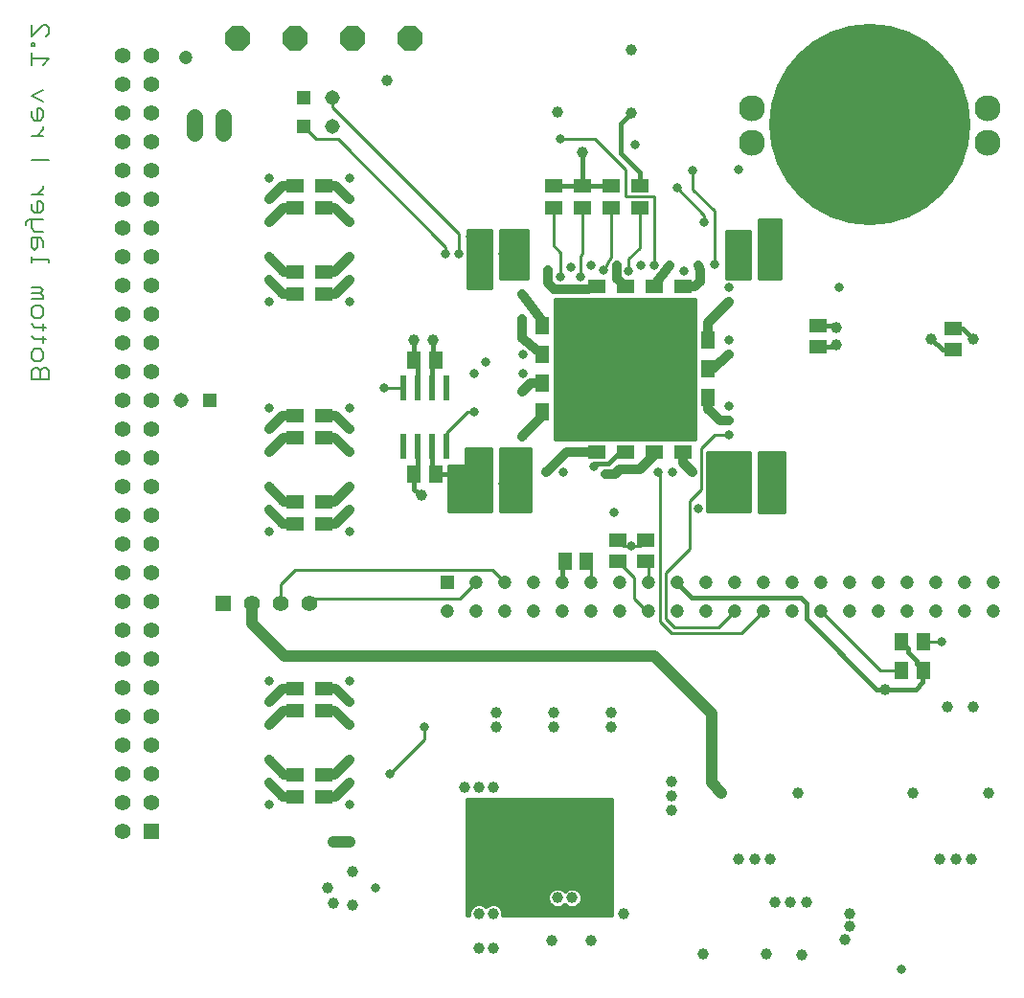
<source format=gbl>
G75*
%MOIN*%
%OFA0B0*%
%FSLAX25Y25*%
%IPPOS*%
%LPD*%
%AMOC8*
5,1,8,0,0,1.08239X$1,22.5*
%
%ADD10C,0.00800*%
%ADD11C,0.09055*%
%ADD12R,0.39370X0.39370*%
%ADD13C,0.70079*%
%ADD14R,0.05906X0.05118*%
%ADD15R,0.05118X0.05906*%
%ADD16R,0.05537X0.05537*%
%ADD17C,0.05537*%
%ADD18C,0.03175*%
%ADD19C,0.16598*%
%ADD20R,0.02362X0.08661*%
%ADD21R,0.04750X0.04750*%
%ADD22C,0.04750*%
%ADD23OC8,0.08500*%
%ADD24R,0.05143X0.05143*%
%ADD25C,0.05143*%
%ADD26C,0.05537*%
%ADD27C,0.03962*%
%ADD28C,0.03200*%
%ADD29C,0.01000*%
%ADD30C,0.01600*%
%ADD31C,0.04000*%
D10*
X0013400Y0226400D02*
X0013400Y0229503D01*
X0014434Y0230537D01*
X0015468Y0230537D01*
X0016503Y0229503D01*
X0016503Y0226400D01*
X0019605Y0226400D02*
X0019605Y0229503D01*
X0018571Y0230537D01*
X0017537Y0230537D01*
X0016503Y0229503D01*
X0016503Y0232845D02*
X0014434Y0232845D01*
X0013400Y0233880D01*
X0013400Y0235948D01*
X0014434Y0236982D01*
X0016503Y0236982D01*
X0017537Y0235948D01*
X0017537Y0233880D01*
X0016503Y0232845D01*
X0017537Y0239291D02*
X0017537Y0241359D01*
X0018571Y0240325D02*
X0014434Y0240325D01*
X0013400Y0241359D01*
X0014434Y0244622D02*
X0013400Y0245656D01*
X0014434Y0244622D02*
X0018571Y0244622D01*
X0017537Y0243588D02*
X0017537Y0245656D01*
X0016503Y0247885D02*
X0014434Y0247885D01*
X0013400Y0248919D01*
X0013400Y0250988D01*
X0014434Y0252022D01*
X0016503Y0252022D01*
X0017537Y0250988D01*
X0017537Y0248919D01*
X0016503Y0247885D01*
X0017537Y0254330D02*
X0013400Y0254330D01*
X0013400Y0256399D02*
X0016503Y0256399D01*
X0017537Y0257433D01*
X0016503Y0258467D01*
X0013400Y0258467D01*
X0016503Y0256399D02*
X0017537Y0255365D01*
X0017537Y0254330D01*
X0019605Y0267221D02*
X0019605Y0268256D01*
X0013400Y0268256D01*
X0013400Y0269290D02*
X0013400Y0267221D01*
X0014434Y0271518D02*
X0013400Y0272553D01*
X0013400Y0275655D01*
X0016503Y0275655D01*
X0017537Y0274621D01*
X0017537Y0272553D01*
X0015468Y0272553D02*
X0015468Y0275655D01*
X0014434Y0277964D02*
X0013400Y0278998D01*
X0013400Y0282101D01*
X0012366Y0282101D02*
X0011332Y0281067D01*
X0011332Y0280032D01*
X0012366Y0282101D02*
X0017537Y0282101D01*
X0016503Y0284409D02*
X0017537Y0285444D01*
X0017537Y0287512D01*
X0016503Y0288546D01*
X0015468Y0288546D01*
X0015468Y0284409D01*
X0014434Y0284409D02*
X0016503Y0284409D01*
X0014434Y0284409D02*
X0013400Y0285444D01*
X0013400Y0287512D01*
X0013400Y0290855D02*
X0017537Y0290855D01*
X0017537Y0292923D02*
X0017537Y0293958D01*
X0017537Y0292923D02*
X0015468Y0290855D01*
X0013400Y0302672D02*
X0019605Y0302672D01*
X0017537Y0311266D02*
X0013400Y0311266D01*
X0015468Y0311266D02*
X0017537Y0313334D01*
X0017537Y0314368D01*
X0016503Y0316637D02*
X0017537Y0317671D01*
X0017537Y0319740D01*
X0016503Y0320774D01*
X0015468Y0320774D01*
X0015468Y0316637D01*
X0014434Y0316637D02*
X0016503Y0316637D01*
X0014434Y0316637D02*
X0013400Y0317671D01*
X0013400Y0319740D01*
X0017537Y0323082D02*
X0013400Y0325151D01*
X0017537Y0327219D01*
X0017537Y0335973D02*
X0019605Y0338042D01*
X0013400Y0338042D01*
X0013400Y0340110D02*
X0013400Y0335973D01*
X0013400Y0342419D02*
X0013400Y0343453D01*
X0014434Y0343453D01*
X0014434Y0342419D01*
X0013400Y0342419D01*
X0013400Y0345642D02*
X0017537Y0349779D01*
X0018571Y0349779D01*
X0019605Y0348744D01*
X0019605Y0346676D01*
X0018571Y0345642D01*
X0013400Y0345642D02*
X0013400Y0349779D01*
X0014434Y0277964D02*
X0017537Y0277964D01*
X0015468Y0272553D02*
X0014434Y0271518D01*
X0013400Y0226400D02*
X0019605Y0226400D01*
D11*
X0264055Y0308701D03*
X0264055Y0320906D03*
X0345945Y0320906D03*
X0345945Y0308701D03*
D12*
X0305000Y0315000D03*
D13*
X0305000Y0315000D03*
D14*
X0225000Y0293740D03*
X0225000Y0286260D03*
X0215000Y0286260D03*
X0205000Y0286260D03*
X0205000Y0293740D03*
X0215000Y0293740D03*
X0195000Y0293740D03*
X0195000Y0286260D03*
X0210000Y0258740D03*
X0220000Y0258740D03*
X0230000Y0258740D03*
X0230000Y0251260D03*
X0220000Y0251260D03*
X0210000Y0251260D03*
X0240000Y0251260D03*
X0240000Y0258740D03*
X0287044Y0245154D03*
X0287044Y0237674D03*
X0334127Y0236674D03*
X0334127Y0244154D03*
X0240000Y0208740D03*
X0240000Y0201260D03*
X0230000Y0201260D03*
X0220000Y0201260D03*
X0210000Y0201260D03*
X0210000Y0208740D03*
X0220000Y0208740D03*
X0230000Y0208740D03*
X0227000Y0170490D03*
X0217500Y0170490D03*
X0217500Y0163010D03*
X0227000Y0163010D03*
X0115000Y0176260D03*
X0105000Y0176260D03*
X0105000Y0183740D03*
X0115000Y0183740D03*
X0115000Y0206260D03*
X0105000Y0206260D03*
X0105000Y0213740D03*
X0115000Y0213740D03*
X0115000Y0256260D03*
X0105000Y0256260D03*
X0105000Y0263740D03*
X0115000Y0263740D03*
X0115000Y0286260D03*
X0105000Y0286260D03*
X0105000Y0293740D03*
X0115000Y0293740D03*
X0115000Y0118740D03*
X0105000Y0118740D03*
X0105000Y0111260D03*
X0115000Y0111260D03*
X0115000Y0088740D03*
X0105000Y0088740D03*
X0105000Y0081260D03*
X0115000Y0081260D03*
D15*
X0199010Y0163189D03*
X0206490Y0163189D03*
X0178740Y0185000D03*
X0171260Y0185000D03*
X0171260Y0195000D03*
X0178740Y0195000D03*
X0153990Y0193500D03*
X0146510Y0193500D03*
X0191260Y0215000D03*
X0198740Y0215000D03*
X0198740Y0225000D03*
X0191260Y0225000D03*
X0191260Y0235000D03*
X0198740Y0235000D03*
X0198740Y0245000D03*
X0191260Y0245000D03*
X0178740Y0265000D03*
X0171260Y0265000D03*
X0171260Y0275000D03*
X0178740Y0275000D03*
X0241260Y0240000D03*
X0248740Y0240000D03*
X0248740Y0230000D03*
X0241260Y0230000D03*
X0241260Y0220000D03*
X0248740Y0220000D03*
X0261260Y0195000D03*
X0268740Y0195000D03*
X0268740Y0185000D03*
X0261260Y0185000D03*
X0316260Y0135000D03*
X0323740Y0135000D03*
X0323740Y0125000D03*
X0316260Y0125000D03*
X0153990Y0233000D03*
X0146510Y0233000D03*
X0261260Y0265000D03*
X0268740Y0265000D03*
X0268740Y0275000D03*
X0261260Y0275000D03*
D16*
X0080000Y0148500D03*
X0055000Y0069173D03*
D17*
X0045000Y0069173D03*
X0045000Y0079173D03*
X0055000Y0079173D03*
X0055000Y0089173D03*
X0045000Y0089173D03*
X0045000Y0099173D03*
X0055000Y0099173D03*
X0055000Y0109173D03*
X0045000Y0109173D03*
X0045000Y0119173D03*
X0055000Y0119173D03*
X0055000Y0129173D03*
X0045000Y0129173D03*
X0045000Y0139173D03*
X0055000Y0139173D03*
X0055000Y0149173D03*
X0045000Y0149173D03*
X0045000Y0159173D03*
X0055000Y0159173D03*
X0055000Y0169173D03*
X0045000Y0169173D03*
X0045000Y0179173D03*
X0055000Y0179173D03*
X0055000Y0189173D03*
X0045000Y0189173D03*
X0045000Y0199173D03*
X0055000Y0199173D03*
X0055000Y0209173D03*
X0045000Y0209173D03*
X0045000Y0219173D03*
X0055000Y0219173D03*
X0055000Y0229173D03*
X0045000Y0229173D03*
X0045000Y0239173D03*
X0055000Y0239173D03*
X0055000Y0249173D03*
X0045000Y0249173D03*
X0045000Y0259173D03*
X0055000Y0259173D03*
X0055000Y0269173D03*
X0045000Y0269173D03*
X0045000Y0279173D03*
X0055000Y0279173D03*
X0055000Y0289173D03*
X0045000Y0289173D03*
X0045000Y0299173D03*
X0055000Y0299173D03*
X0055000Y0309173D03*
X0045000Y0309173D03*
X0045000Y0319173D03*
X0055000Y0319173D03*
X0055000Y0329173D03*
X0045000Y0329173D03*
X0045000Y0339173D03*
X0055000Y0339173D03*
X0090000Y0148500D03*
X0100000Y0148500D03*
X0110000Y0148500D03*
D18*
X0096000Y0173500D03*
X0096000Y0181000D03*
X0096000Y0189000D03*
X0096000Y0201000D03*
X0096000Y0209000D03*
X0096000Y0216500D03*
X0124000Y0216500D03*
X0124000Y0209000D03*
X0124000Y0201000D03*
X0124000Y0189000D03*
X0124000Y0181000D03*
X0124000Y0173500D03*
X0160000Y0190000D03*
X0165500Y0185000D03*
X0177500Y0190000D03*
X0185000Y0196500D03*
X0184500Y0201000D03*
X0184000Y0206500D03*
X0167500Y0215000D03*
X0184000Y0222000D03*
X0184500Y0228500D03*
X0184500Y0235000D03*
X0171500Y0232500D03*
X0167500Y0228500D03*
X0136000Y0223500D03*
X0165500Y0195000D03*
X0185500Y0182000D03*
X0192500Y0194000D03*
X0198500Y0194000D03*
X0209000Y0196000D03*
X0213000Y0193500D03*
X0216000Y0180000D03*
X0231500Y0194000D03*
X0236500Y0194000D03*
X0243500Y0194000D03*
X0250000Y0194000D03*
X0256000Y0199500D03*
X0256000Y0207000D03*
X0256000Y0212000D03*
X0256000Y0217291D03*
X0230000Y0220000D03*
X0210000Y0220000D03*
X0210000Y0240000D03*
X0230000Y0240000D03*
X0256000Y0240000D03*
X0256000Y0235000D03*
X0256000Y0253500D03*
X0256000Y0258500D03*
X0256500Y0263500D03*
X0251000Y0266500D03*
X0245500Y0266000D03*
X0240500Y0264000D03*
X0235500Y0266000D03*
X0230000Y0266000D03*
X0225500Y0266000D03*
X0221000Y0264000D03*
X0217000Y0266000D03*
X0212500Y0264500D03*
X0208000Y0266000D03*
X0204500Y0262000D03*
X0201000Y0265500D03*
X0197500Y0262000D03*
X0193000Y0264500D03*
X0184500Y0267000D03*
X0184000Y0263000D03*
X0184000Y0256000D03*
X0184000Y0247500D03*
X0170000Y0259500D03*
X0172000Y0270000D03*
X0166500Y0270000D03*
X0162000Y0270000D03*
X0157500Y0270000D03*
X0166000Y0276000D03*
X0177500Y0270000D03*
X0181500Y0270000D03*
X0124000Y0269000D03*
X0124000Y0261000D03*
X0124000Y0253500D03*
X0096000Y0253500D03*
X0096000Y0261000D03*
X0096000Y0269000D03*
X0096000Y0281000D03*
X0096000Y0289000D03*
X0096000Y0296500D03*
X0124000Y0296500D03*
X0124000Y0289000D03*
X0124000Y0281000D03*
X0197500Y0310000D03*
X0223500Y0308000D03*
X0243500Y0299000D03*
X0238000Y0293000D03*
X0247500Y0281000D03*
X0257500Y0270000D03*
X0262500Y0270000D03*
X0268000Y0270000D03*
X0272500Y0270000D03*
X0272500Y0280500D03*
X0259500Y0299500D03*
X0282500Y0301000D03*
X0328000Y0300500D03*
X0324500Y0333000D03*
X0285500Y0333000D03*
X0294500Y0258500D03*
X0269500Y0190000D03*
X0274000Y0182500D03*
X0253500Y0181500D03*
X0245500Y0181500D03*
X0222244Y0168500D03*
X0124000Y0121500D03*
X0124000Y0114000D03*
X0124000Y0106000D03*
X0124000Y0094000D03*
X0124000Y0086000D03*
X0124000Y0078500D03*
X0138000Y0089000D03*
X0150000Y0105500D03*
X0096000Y0106000D03*
X0096000Y0114000D03*
X0096000Y0121500D03*
X0096000Y0094000D03*
X0096000Y0086000D03*
X0096000Y0078500D03*
X0133000Y0049500D03*
X0183000Y0060000D03*
X0186500Y0060000D03*
X0190000Y0060000D03*
X0193500Y0060000D03*
X0197000Y0060000D03*
X0316000Y0021000D03*
X0330000Y0135000D03*
D19*
X0220000Y0230000D03*
D20*
X0157750Y0223486D03*
X0152750Y0223486D03*
X0147750Y0223486D03*
X0142750Y0223486D03*
X0142750Y0203014D03*
X0147750Y0203014D03*
X0152750Y0203014D03*
X0157750Y0203014D03*
D21*
X0157953Y0155669D03*
D22*
X0167953Y0155669D03*
X0177953Y0155669D03*
X0187953Y0155669D03*
X0197953Y0155669D03*
X0207953Y0155669D03*
X0217953Y0155669D03*
X0227953Y0155669D03*
X0237953Y0155669D03*
X0247953Y0155669D03*
X0257953Y0155669D03*
X0267953Y0155669D03*
X0277953Y0155669D03*
X0287953Y0155669D03*
X0297953Y0155669D03*
X0307953Y0155669D03*
X0317953Y0155669D03*
X0327953Y0155669D03*
X0337953Y0155669D03*
X0347953Y0155669D03*
X0347953Y0145669D03*
X0337953Y0145669D03*
X0327953Y0145669D03*
X0317953Y0145669D03*
X0307953Y0145669D03*
X0297953Y0145669D03*
X0287953Y0145669D03*
X0277953Y0145669D03*
X0267953Y0145669D03*
X0257953Y0145669D03*
X0247953Y0145669D03*
X0237953Y0145669D03*
X0227953Y0145669D03*
X0217953Y0145669D03*
X0207953Y0145669D03*
X0197953Y0145669D03*
X0187953Y0145669D03*
X0177953Y0145669D03*
X0167953Y0145669D03*
X0157953Y0145669D03*
X0067000Y0338500D03*
D23*
X0085000Y0345000D03*
X0105000Y0345000D03*
X0125000Y0345000D03*
X0145000Y0345000D03*
D24*
X0108000Y0324500D03*
X0108000Y0314500D03*
X0075500Y0219000D03*
D25*
X0065500Y0219000D03*
X0118000Y0314500D03*
X0118000Y0324500D03*
D26*
X0080000Y0317769D02*
X0080000Y0312231D01*
X0070000Y0312231D02*
X0070000Y0317769D01*
D27*
X0118500Y0044000D03*
X0116500Y0049500D03*
X0125000Y0055000D03*
X0124000Y0065500D03*
X0118500Y0065500D03*
X0125000Y0043500D03*
X0169000Y0040500D03*
X0174000Y0040500D03*
X0194500Y0031000D03*
X0208000Y0031000D03*
X0219500Y0040500D03*
X0201500Y0046000D03*
X0196500Y0046000D03*
X0174000Y0028500D03*
X0169000Y0028500D03*
X0247000Y0026500D03*
X0269000Y0026500D03*
X0281500Y0026000D03*
X0296500Y0031500D03*
X0298000Y0036000D03*
X0298000Y0040500D03*
X0283000Y0044500D03*
X0277500Y0044500D03*
X0272000Y0044500D03*
X0270500Y0059500D03*
X0265000Y0059500D03*
X0259500Y0059500D03*
X0236000Y0076500D03*
X0236000Y0081500D03*
X0236000Y0086500D03*
X0253500Y0082500D03*
X0280000Y0082500D03*
X0320000Y0082500D03*
X0346500Y0082500D03*
X0340500Y0059500D03*
X0335000Y0059500D03*
X0329500Y0059500D03*
X0332000Y0112500D03*
X0341000Y0112500D03*
X0310500Y0118500D03*
X0215000Y0110500D03*
X0215000Y0105500D03*
X0195000Y0105500D03*
X0195000Y0110500D03*
X0175000Y0110500D03*
X0175000Y0105500D03*
X0174000Y0084500D03*
X0169000Y0084500D03*
X0164000Y0084500D03*
X0149000Y0186000D03*
X0146500Y0240000D03*
X0153000Y0240000D03*
X0205000Y0305500D03*
X0196500Y0319500D03*
X0222000Y0319000D03*
X0222000Y0341000D03*
X0137000Y0330500D03*
X0293500Y0244500D03*
X0293500Y0238500D03*
X0326500Y0240500D03*
X0341000Y0240500D03*
D28*
X0256000Y0235000D02*
X0250500Y0230000D01*
X0248740Y0220000D02*
X0248740Y0216260D01*
X0253000Y0212000D01*
X0256000Y0212000D01*
X0240000Y0201260D02*
X0240000Y0197500D01*
X0243500Y0194000D01*
X0230000Y0200000D02*
X0225000Y0195000D01*
X0218000Y0195000D01*
X0216500Y0193500D01*
X0213000Y0193500D01*
X0210000Y0201260D02*
X0199760Y0201260D01*
X0192500Y0194000D01*
X0184000Y0206500D02*
X0191260Y0213760D01*
X0184000Y0222000D02*
X0187000Y0225000D01*
X0191260Y0225000D01*
X0191260Y0235000D02*
X0184000Y0240760D01*
X0184000Y0247500D01*
X0191260Y0246740D02*
X0184000Y0256000D01*
X0193000Y0260000D02*
X0193000Y0264500D01*
X0193000Y0260000D02*
X0195260Y0257740D01*
X0207260Y0257740D01*
X0210000Y0258740D01*
X0217000Y0261500D02*
X0217000Y0266000D01*
X0217000Y0261500D02*
X0220000Y0258740D01*
X0230000Y0259000D02*
X0235500Y0266000D01*
X0240000Y0258740D02*
X0244240Y0258740D01*
X0246000Y0260500D01*
X0246000Y0264500D01*
X0245500Y0266000D01*
X0256000Y0253500D02*
X0248740Y0246240D01*
X0248740Y0240000D01*
X0124000Y0261000D02*
X0119260Y0256260D01*
X0115000Y0256260D01*
X0105000Y0256260D02*
X0100740Y0256260D01*
X0096000Y0261000D01*
X0101260Y0263740D02*
X0096000Y0269000D01*
X0101260Y0263740D02*
X0105000Y0263740D01*
X0115000Y0263740D02*
X0118740Y0263740D01*
X0124000Y0269000D01*
X0124000Y0281000D02*
X0118740Y0286260D01*
X0115000Y0286260D01*
X0105000Y0286260D02*
X0101260Y0286260D01*
X0096000Y0281000D01*
X0096000Y0289000D02*
X0100740Y0293740D01*
X0105000Y0293740D01*
X0115000Y0293740D02*
X0119260Y0293740D01*
X0124000Y0289000D01*
X0119260Y0213740D02*
X0115000Y0213740D01*
X0119260Y0213740D02*
X0124000Y0209000D01*
X0118740Y0206260D02*
X0124000Y0201000D01*
X0118740Y0206260D02*
X0115000Y0206260D01*
X0105000Y0206260D02*
X0101260Y0206260D01*
X0096000Y0201000D01*
X0096000Y0209000D02*
X0100740Y0213740D01*
X0105000Y0213740D01*
X0096000Y0189000D02*
X0101260Y0183740D01*
X0105000Y0183740D01*
X0100740Y0176260D02*
X0096000Y0181000D01*
X0100740Y0176260D02*
X0105000Y0176260D01*
X0115000Y0176260D02*
X0119260Y0176260D01*
X0124000Y0181000D01*
X0118740Y0183740D02*
X0124000Y0189000D01*
X0118740Y0183740D02*
X0115000Y0183740D01*
X0115000Y0118740D02*
X0119260Y0118740D01*
X0124000Y0114000D01*
X0118740Y0111260D02*
X0124000Y0106000D01*
X0118740Y0111260D02*
X0115000Y0111260D01*
X0105000Y0111260D02*
X0101260Y0111260D01*
X0096000Y0106000D01*
X0096000Y0114000D02*
X0100740Y0118740D01*
X0105000Y0118740D01*
X0096000Y0094000D02*
X0101260Y0088740D01*
X0105000Y0088740D01*
X0100740Y0081260D02*
X0096000Y0086000D01*
X0100740Y0081260D02*
X0105000Y0081260D01*
X0115000Y0081260D02*
X0119260Y0081260D01*
X0124000Y0086000D01*
X0118740Y0088740D02*
X0124000Y0094000D01*
X0118740Y0088740D02*
X0115000Y0088740D01*
D29*
X0138000Y0089000D02*
X0150000Y0101000D01*
X0150000Y0105500D01*
X0223000Y0150000D02*
X0227331Y0145669D01*
X0227953Y0145669D01*
X0232000Y0142000D02*
X0236000Y0138000D01*
X0260283Y0138000D01*
X0267953Y0145669D01*
X0257953Y0145669D02*
X0252283Y0140000D01*
X0237000Y0140000D01*
X0234000Y0143000D01*
X0234000Y0159000D01*
X0242500Y0167500D01*
X0242500Y0184000D01*
X0246500Y0188000D01*
X0246500Y0202500D01*
X0251000Y0207000D01*
X0256000Y0207000D01*
X0244500Y0206699D02*
X0195500Y0206699D01*
X0195500Y0205701D02*
X0244500Y0205701D01*
X0244500Y0205500D02*
X0195500Y0205500D01*
X0195500Y0254500D01*
X0244500Y0254500D01*
X0244500Y0205500D01*
X0244500Y0207698D02*
X0195500Y0207698D01*
X0195500Y0208696D02*
X0244500Y0208696D01*
X0244500Y0209695D02*
X0195500Y0209695D01*
X0195500Y0210693D02*
X0244500Y0210693D01*
X0244500Y0211692D02*
X0195500Y0211692D01*
X0195500Y0212690D02*
X0244500Y0212690D01*
X0244500Y0213689D02*
X0195500Y0213689D01*
X0195500Y0214687D02*
X0244500Y0214687D01*
X0244500Y0215686D02*
X0195500Y0215686D01*
X0195500Y0216684D02*
X0244500Y0216684D01*
X0244500Y0217683D02*
X0195500Y0217683D01*
X0195500Y0218681D02*
X0244500Y0218681D01*
X0244500Y0219680D02*
X0195500Y0219680D01*
X0195500Y0220678D02*
X0244500Y0220678D01*
X0244500Y0221677D02*
X0195500Y0221677D01*
X0195500Y0222675D02*
X0244500Y0222675D01*
X0244500Y0223674D02*
X0195500Y0223674D01*
X0195500Y0224672D02*
X0244500Y0224672D01*
X0244500Y0225671D02*
X0195500Y0225671D01*
X0195500Y0226670D02*
X0244500Y0226670D01*
X0244500Y0227668D02*
X0195500Y0227668D01*
X0195500Y0228667D02*
X0244500Y0228667D01*
X0244500Y0229665D02*
X0195500Y0229665D01*
X0195500Y0230664D02*
X0244500Y0230664D01*
X0244500Y0231662D02*
X0195500Y0231662D01*
X0195500Y0232661D02*
X0244500Y0232661D01*
X0244500Y0233659D02*
X0195500Y0233659D01*
X0195500Y0234658D02*
X0244500Y0234658D01*
X0244500Y0235656D02*
X0195500Y0235656D01*
X0195500Y0236655D02*
X0244500Y0236655D01*
X0244500Y0237653D02*
X0195500Y0237653D01*
X0195500Y0238652D02*
X0244500Y0238652D01*
X0244500Y0239650D02*
X0195500Y0239650D01*
X0195500Y0240649D02*
X0244500Y0240649D01*
X0244500Y0241647D02*
X0195500Y0241647D01*
X0195500Y0242646D02*
X0244500Y0242646D01*
X0244500Y0243644D02*
X0195500Y0243644D01*
X0195500Y0244643D02*
X0244500Y0244643D01*
X0244500Y0245641D02*
X0195500Y0245641D01*
X0195500Y0246640D02*
X0244500Y0246640D01*
X0244500Y0247638D02*
X0195500Y0247638D01*
X0195500Y0248637D02*
X0244500Y0248637D01*
X0244500Y0249635D02*
X0195500Y0249635D01*
X0195500Y0250634D02*
X0244500Y0250634D01*
X0244500Y0251632D02*
X0195500Y0251632D01*
X0195500Y0252631D02*
X0244500Y0252631D01*
X0244500Y0253629D02*
X0195500Y0253629D01*
X0197500Y0262000D02*
X0197500Y0270500D01*
X0195000Y0273000D01*
X0195000Y0286260D01*
X0205000Y0286260D02*
X0205000Y0270000D01*
X0204500Y0269500D01*
X0204500Y0264000D01*
X0204500Y0262000D01*
X0212500Y0264500D02*
X0215000Y0269000D01*
X0215000Y0286260D01*
X0220000Y0290000D02*
X0220000Y0299500D01*
X0209500Y0310000D01*
X0197500Y0310000D01*
X0220000Y0290000D02*
X0230000Y0290000D01*
X0230000Y0266000D01*
X0225000Y0272000D02*
X0221000Y0268500D01*
X0221000Y0264000D01*
X0225000Y0272000D02*
X0225000Y0286260D01*
X0238000Y0293000D02*
X0247500Y0283500D01*
X0247500Y0281000D01*
X0251000Y0285000D02*
X0251000Y0266500D01*
X0255000Y0266610D02*
X0263500Y0266610D01*
X0263500Y0267608D02*
X0255000Y0267608D01*
X0255000Y0268607D02*
X0263500Y0268607D01*
X0263500Y0269605D02*
X0255000Y0269605D01*
X0255000Y0270604D02*
X0263500Y0270604D01*
X0263500Y0271603D02*
X0255000Y0271603D01*
X0255000Y0272601D02*
X0263500Y0272601D01*
X0263500Y0273600D02*
X0255000Y0273600D01*
X0255000Y0274598D02*
X0263500Y0274598D01*
X0263500Y0275597D02*
X0255000Y0275597D01*
X0255000Y0276595D02*
X0263500Y0276595D01*
X0263500Y0277594D02*
X0255000Y0277594D01*
X0255000Y0278000D02*
X0263500Y0278000D01*
X0263500Y0261500D01*
X0255000Y0261500D01*
X0255000Y0278000D01*
X0251000Y0285000D02*
X0243500Y0292500D01*
X0243500Y0299000D01*
X0266500Y0282000D02*
X0274000Y0282000D01*
X0274000Y0261500D01*
X0266500Y0261500D01*
X0266500Y0282000D01*
X0266500Y0281588D02*
X0274000Y0281588D01*
X0274000Y0280589D02*
X0266500Y0280589D01*
X0266500Y0279591D02*
X0274000Y0279591D01*
X0274000Y0278592D02*
X0266500Y0278592D01*
X0266500Y0277594D02*
X0274000Y0277594D01*
X0274000Y0276595D02*
X0266500Y0276595D01*
X0266500Y0275597D02*
X0274000Y0275597D01*
X0274000Y0274598D02*
X0266500Y0274598D01*
X0266500Y0273600D02*
X0274000Y0273600D01*
X0274000Y0272601D02*
X0266500Y0272601D01*
X0266500Y0271603D02*
X0274000Y0271603D01*
X0274000Y0270604D02*
X0266500Y0270604D01*
X0266500Y0269605D02*
X0274000Y0269605D01*
X0274000Y0268607D02*
X0266500Y0268607D01*
X0266500Y0267608D02*
X0274000Y0267608D01*
X0274000Y0266610D02*
X0266500Y0266610D01*
X0266500Y0265611D02*
X0274000Y0265611D01*
X0274000Y0264613D02*
X0266500Y0264613D01*
X0266500Y0263614D02*
X0274000Y0263614D01*
X0274000Y0262616D02*
X0266500Y0262616D01*
X0266500Y0261617D02*
X0274000Y0261617D01*
X0263500Y0261617D02*
X0255000Y0261617D01*
X0255000Y0262616D02*
X0263500Y0262616D01*
X0263500Y0263614D02*
X0255000Y0263614D01*
X0255000Y0264613D02*
X0263500Y0264613D01*
X0263500Y0265611D02*
X0255000Y0265611D01*
X0186000Y0265611D02*
X0176500Y0265611D01*
X0176500Y0264613D02*
X0186000Y0264613D01*
X0186000Y0263614D02*
X0176500Y0263614D01*
X0176500Y0262616D02*
X0186000Y0262616D01*
X0186000Y0261617D02*
X0176500Y0261617D01*
X0176500Y0261500D02*
X0176500Y0278500D01*
X0186000Y0278500D01*
X0186000Y0261500D01*
X0176500Y0261500D01*
X0173500Y0261617D02*
X0165000Y0261617D01*
X0165000Y0260619D02*
X0173500Y0260619D01*
X0173500Y0259620D02*
X0165000Y0259620D01*
X0165000Y0258622D02*
X0173500Y0258622D01*
X0173500Y0258000D02*
X0165000Y0258000D01*
X0165000Y0278500D01*
X0173500Y0278500D01*
X0173500Y0258000D01*
X0173500Y0262616D02*
X0165000Y0262616D01*
X0165000Y0263614D02*
X0173500Y0263614D01*
X0173500Y0264613D02*
X0165000Y0264613D01*
X0165000Y0265611D02*
X0173500Y0265611D01*
X0173500Y0266610D02*
X0165000Y0266610D01*
X0165000Y0267608D02*
X0173500Y0267608D01*
X0173500Y0268607D02*
X0165000Y0268607D01*
X0165000Y0269605D02*
X0173500Y0269605D01*
X0173500Y0270604D02*
X0165000Y0270604D01*
X0165000Y0271603D02*
X0173500Y0271603D01*
X0173500Y0272601D02*
X0165000Y0272601D01*
X0165000Y0273600D02*
X0173500Y0273600D01*
X0173500Y0274598D02*
X0165000Y0274598D01*
X0165000Y0275597D02*
X0173500Y0275597D01*
X0173500Y0276595D02*
X0165000Y0276595D01*
X0165000Y0277594D02*
X0173500Y0277594D01*
X0176500Y0277594D02*
X0186000Y0277594D01*
X0186000Y0276595D02*
X0176500Y0276595D01*
X0176500Y0275597D02*
X0186000Y0275597D01*
X0186000Y0274598D02*
X0176500Y0274598D01*
X0176500Y0273600D02*
X0186000Y0273600D01*
X0186000Y0272601D02*
X0176500Y0272601D01*
X0176500Y0271603D02*
X0186000Y0271603D01*
X0186000Y0270604D02*
X0176500Y0270604D01*
X0176500Y0269605D02*
X0186000Y0269605D01*
X0186000Y0268607D02*
X0176500Y0268607D01*
X0176500Y0267608D02*
X0186000Y0267608D01*
X0186000Y0266610D02*
X0176500Y0266610D01*
X0162000Y0270000D02*
X0162000Y0277000D01*
X0118000Y0321000D01*
X0118000Y0324500D01*
X0108000Y0314500D02*
X0112500Y0310000D01*
X0120000Y0310000D01*
X0157500Y0272500D01*
X0157500Y0270000D01*
X0142750Y0223486D02*
X0137014Y0223486D01*
X0136000Y0223500D01*
X0157750Y0207750D02*
X0157750Y0203014D01*
X0157750Y0207750D02*
X0165000Y0215000D01*
X0167500Y0215000D01*
X0164500Y0202500D02*
X0173500Y0202500D01*
X0173500Y0180500D01*
X0158500Y0180500D01*
X0158500Y0196500D01*
X0164500Y0196500D01*
X0164500Y0202500D01*
X0164500Y0201707D02*
X0173500Y0201707D01*
X0173500Y0200708D02*
X0164500Y0200708D01*
X0164500Y0199710D02*
X0173500Y0199710D01*
X0173500Y0198711D02*
X0164500Y0198711D01*
X0164500Y0197713D02*
X0173500Y0197713D01*
X0173500Y0196714D02*
X0164500Y0196714D01*
X0158500Y0195716D02*
X0173500Y0195716D01*
X0173500Y0194717D02*
X0158500Y0194717D01*
X0158500Y0193719D02*
X0173500Y0193719D01*
X0173500Y0192720D02*
X0158500Y0192720D01*
X0158500Y0191722D02*
X0173500Y0191722D01*
X0173500Y0190723D02*
X0158500Y0190723D01*
X0158500Y0189725D02*
X0173500Y0189725D01*
X0173500Y0188726D02*
X0158500Y0188726D01*
X0158500Y0187728D02*
X0173500Y0187728D01*
X0173500Y0186729D02*
X0158500Y0186729D01*
X0158500Y0185731D02*
X0173500Y0185731D01*
X0173500Y0184732D02*
X0158500Y0184732D01*
X0158500Y0183734D02*
X0173500Y0183734D01*
X0173500Y0182735D02*
X0158500Y0182735D01*
X0158500Y0181737D02*
X0173500Y0181737D01*
X0173500Y0180738D02*
X0158500Y0180738D01*
X0176500Y0180738D02*
X0187000Y0180738D01*
X0187000Y0180500D02*
X0176500Y0180500D01*
X0176500Y0202500D01*
X0187000Y0202500D01*
X0187000Y0180500D01*
X0187000Y0181737D02*
X0176500Y0181737D01*
X0176500Y0182735D02*
X0187000Y0182735D01*
X0187000Y0183734D02*
X0176500Y0183734D01*
X0176500Y0184732D02*
X0187000Y0184732D01*
X0187000Y0185731D02*
X0176500Y0185731D01*
X0176500Y0186729D02*
X0187000Y0186729D01*
X0187000Y0187728D02*
X0176500Y0187728D01*
X0176500Y0188726D02*
X0187000Y0188726D01*
X0187000Y0189725D02*
X0176500Y0189725D01*
X0176500Y0190723D02*
X0187000Y0190723D01*
X0187000Y0191722D02*
X0176500Y0191722D01*
X0176500Y0192720D02*
X0187000Y0192720D01*
X0187000Y0193719D02*
X0176500Y0193719D01*
X0176500Y0194717D02*
X0187000Y0194717D01*
X0187000Y0195716D02*
X0176500Y0195716D01*
X0176500Y0196714D02*
X0187000Y0196714D01*
X0187000Y0197713D02*
X0176500Y0197713D01*
X0176500Y0198711D02*
X0187000Y0198711D01*
X0187000Y0199710D02*
X0176500Y0199710D01*
X0176500Y0200708D02*
X0187000Y0200708D01*
X0187000Y0201707D02*
X0176500Y0201707D01*
X0231500Y0194000D02*
X0232000Y0193500D01*
X0232000Y0142000D01*
X0223000Y0150000D02*
X0223000Y0157510D01*
X0217500Y0163010D01*
X0219490Y0168500D02*
X0222244Y0168500D01*
X0225010Y0168500D01*
X0227000Y0170490D01*
X0219490Y0168500D02*
X0217500Y0170490D01*
X0227000Y0163010D02*
X0227953Y0162057D01*
X0227953Y0155669D01*
X0207953Y0155669D02*
X0207953Y0161726D01*
X0206490Y0163189D01*
X0177953Y0155669D02*
X0173622Y0160000D01*
X0105000Y0160000D01*
X0100000Y0155000D01*
X0100000Y0148500D01*
X0110000Y0148500D02*
X0111500Y0150000D01*
X0160000Y0150000D01*
X0162283Y0150000D01*
X0167953Y0155669D01*
X0248500Y0180500D02*
X0248500Y0201000D01*
X0263500Y0201000D01*
X0263500Y0180500D01*
X0248500Y0180500D01*
X0248500Y0180738D02*
X0263500Y0180738D01*
X0263500Y0181737D02*
X0248500Y0181737D01*
X0248500Y0182735D02*
X0263500Y0182735D01*
X0263500Y0183734D02*
X0248500Y0183734D01*
X0248500Y0184732D02*
X0263500Y0184732D01*
X0263500Y0185731D02*
X0248500Y0185731D01*
X0248500Y0186729D02*
X0263500Y0186729D01*
X0263500Y0187728D02*
X0248500Y0187728D01*
X0248500Y0188726D02*
X0263500Y0188726D01*
X0263500Y0189725D02*
X0248500Y0189725D01*
X0248500Y0190723D02*
X0263500Y0190723D01*
X0263500Y0191722D02*
X0248500Y0191722D01*
X0248500Y0192720D02*
X0263500Y0192720D01*
X0263500Y0193719D02*
X0248500Y0193719D01*
X0248500Y0194717D02*
X0263500Y0194717D01*
X0263500Y0195716D02*
X0248500Y0195716D01*
X0248500Y0196714D02*
X0263500Y0196714D01*
X0263500Y0197713D02*
X0248500Y0197713D01*
X0248500Y0198711D02*
X0263500Y0198711D01*
X0263500Y0199710D02*
X0248500Y0199710D01*
X0248500Y0200708D02*
X0263500Y0200708D01*
X0266500Y0200708D02*
X0275500Y0200708D01*
X0275500Y0201000D02*
X0275500Y0180000D01*
X0266500Y0180000D01*
X0266500Y0201000D01*
X0275500Y0201000D01*
X0275500Y0199710D02*
X0266500Y0199710D01*
X0266500Y0198711D02*
X0275500Y0198711D01*
X0275500Y0197713D02*
X0266500Y0197713D01*
X0266500Y0196714D02*
X0275500Y0196714D01*
X0275500Y0195716D02*
X0266500Y0195716D01*
X0266500Y0194717D02*
X0275500Y0194717D01*
X0275500Y0193719D02*
X0266500Y0193719D01*
X0266500Y0192720D02*
X0275500Y0192720D01*
X0275500Y0191722D02*
X0266500Y0191722D01*
X0266500Y0190723D02*
X0275500Y0190723D01*
X0275500Y0189725D02*
X0266500Y0189725D01*
X0266500Y0188726D02*
X0275500Y0188726D01*
X0275500Y0187728D02*
X0266500Y0187728D01*
X0266500Y0186729D02*
X0275500Y0186729D01*
X0275500Y0185731D02*
X0266500Y0185731D01*
X0266500Y0184732D02*
X0275500Y0184732D01*
X0275500Y0183734D02*
X0266500Y0183734D01*
X0266500Y0182735D02*
X0275500Y0182735D01*
X0275500Y0181737D02*
X0266500Y0181737D01*
X0266500Y0180738D02*
X0275500Y0180738D01*
X0287953Y0145669D02*
X0308622Y0125000D01*
X0316260Y0125000D01*
X0323740Y0135000D02*
X0330000Y0135000D01*
D30*
X0321500Y0128500D02*
X0321500Y0127500D01*
X0323740Y0125260D01*
X0323740Y0125000D01*
X0323500Y0124760D01*
X0323500Y0121000D01*
X0321000Y0118500D01*
X0317240Y0118500D01*
X0310500Y0118500D01*
X0307500Y0118500D01*
X0283000Y0143000D01*
X0283000Y0148500D01*
X0281000Y0150500D01*
X0243000Y0150500D01*
X0237953Y0155547D01*
X0237953Y0155669D01*
X0199010Y0163189D02*
X0197953Y0163189D01*
X0197953Y0155669D01*
X0149000Y0186000D02*
X0146510Y0187990D01*
X0146510Y0193500D01*
X0147750Y0194740D01*
X0147750Y0203014D01*
X0152750Y0203014D02*
X0152750Y0194740D01*
X0153990Y0193500D01*
X0166000Y0193500D01*
X0166500Y0194000D01*
X0191260Y0213760D02*
X0191260Y0215000D01*
X0214000Y0197000D02*
X0218260Y0201260D01*
X0220000Y0201260D01*
X0214000Y0197000D02*
X0209000Y0197000D01*
X0209000Y0196000D01*
X0230000Y0200000D02*
X0230000Y0201260D01*
X0248740Y0230000D02*
X0250500Y0230000D01*
X0287044Y0237674D02*
X0292674Y0237674D01*
X0293500Y0238500D01*
X0293500Y0244500D02*
X0292846Y0245154D01*
X0287044Y0245154D01*
X0326500Y0240500D02*
X0330326Y0236674D01*
X0334127Y0236674D01*
X0341000Y0240500D02*
X0337346Y0244154D01*
X0334127Y0244154D01*
X0291000Y0301000D02*
X0282500Y0301000D01*
X0291000Y0301000D02*
X0305000Y0315000D01*
X0225000Y0298500D02*
X0225000Y0293740D01*
X0225000Y0298500D02*
X0218500Y0305000D01*
X0218500Y0315500D01*
X0222000Y0319000D01*
X0205000Y0305500D02*
X0205000Y0293740D01*
X0215000Y0293740D01*
X0205000Y0293740D02*
X0195000Y0293740D01*
X0230000Y0259000D02*
X0230000Y0258740D01*
X0191260Y0246740D02*
X0191260Y0245000D01*
X0153000Y0240000D02*
X0152990Y0236010D01*
X0153990Y0233000D01*
X0152750Y0231760D01*
X0152750Y0223486D01*
X0147750Y0223486D02*
X0147750Y0231760D01*
X0146510Y0233000D01*
X0146500Y0235510D01*
X0146500Y0240000D01*
X0316260Y0135000D02*
X0318500Y0132760D01*
X0318500Y0131500D01*
X0321500Y0128500D01*
X0310500Y0119240D02*
X0310500Y0118500D01*
X0215000Y0080000D02*
X0165000Y0080000D01*
X0165000Y0040000D01*
X0165419Y0040000D01*
X0165419Y0041212D01*
X0165964Y0042529D01*
X0166971Y0043536D01*
X0168288Y0044081D01*
X0169712Y0044081D01*
X0171029Y0043536D01*
X0171500Y0043064D01*
X0171971Y0043536D01*
X0173288Y0044081D01*
X0174712Y0044081D01*
X0176029Y0043536D01*
X0177036Y0042529D01*
X0177581Y0041212D01*
X0177581Y0040000D01*
X0215000Y0040000D01*
X0215000Y0080000D01*
X0215000Y0078532D02*
X0165000Y0078532D01*
X0165000Y0076933D02*
X0215000Y0076933D01*
X0215000Y0075334D02*
X0165000Y0075334D01*
X0165000Y0073736D02*
X0215000Y0073736D01*
X0215000Y0072137D02*
X0165000Y0072137D01*
X0165000Y0070539D02*
X0215000Y0070539D01*
X0215000Y0068940D02*
X0165000Y0068940D01*
X0165000Y0067342D02*
X0215000Y0067342D01*
X0215000Y0065743D02*
X0165000Y0065743D01*
X0165000Y0064145D02*
X0215000Y0064145D01*
X0215000Y0062546D02*
X0165000Y0062546D01*
X0165000Y0060948D02*
X0215000Y0060948D01*
X0215000Y0059349D02*
X0165000Y0059349D01*
X0165000Y0057751D02*
X0215000Y0057751D01*
X0215000Y0056152D02*
X0165000Y0056152D01*
X0165000Y0054554D02*
X0215000Y0054554D01*
X0215000Y0052955D02*
X0165000Y0052955D01*
X0165000Y0051357D02*
X0215000Y0051357D01*
X0215000Y0049758D02*
X0165000Y0049758D01*
X0165000Y0048160D02*
X0193595Y0048160D01*
X0193464Y0048029D02*
X0192919Y0046712D01*
X0192919Y0045288D01*
X0193464Y0043971D01*
X0194471Y0042964D01*
X0195788Y0042419D01*
X0197212Y0042419D01*
X0198529Y0042964D01*
X0199000Y0043436D01*
X0199471Y0042964D01*
X0200788Y0042419D01*
X0202212Y0042419D01*
X0203529Y0042964D01*
X0204536Y0043971D01*
X0205081Y0045288D01*
X0205081Y0046712D01*
X0204536Y0048029D01*
X0203529Y0049036D01*
X0202212Y0049581D01*
X0200788Y0049581D01*
X0199471Y0049036D01*
X0199000Y0048564D01*
X0198529Y0049036D01*
X0197212Y0049581D01*
X0195788Y0049581D01*
X0194471Y0049036D01*
X0193464Y0048029D01*
X0192919Y0046561D02*
X0165000Y0046561D01*
X0165000Y0044963D02*
X0193053Y0044963D01*
X0194071Y0043364D02*
X0176200Y0043364D01*
X0177352Y0041766D02*
X0215000Y0041766D01*
X0215000Y0043364D02*
X0203929Y0043364D01*
X0204947Y0044963D02*
X0215000Y0044963D01*
X0215000Y0046561D02*
X0205081Y0046561D01*
X0204405Y0048160D02*
X0215000Y0048160D01*
X0199071Y0043364D02*
X0198929Y0043364D01*
X0215000Y0040167D02*
X0177581Y0040167D01*
X0171800Y0043364D02*
X0171200Y0043364D01*
X0166800Y0043364D02*
X0165000Y0043364D01*
X0165000Y0041766D02*
X0165648Y0041766D01*
X0165419Y0040167D02*
X0165000Y0040167D01*
D31*
X0124000Y0065500D02*
X0118500Y0065500D01*
X0101500Y0130000D02*
X0230000Y0130000D01*
X0250000Y0110000D01*
X0250000Y0086000D01*
X0253500Y0082500D01*
X0101500Y0130000D02*
X0090000Y0141500D01*
X0090000Y0148500D01*
M02*

</source>
